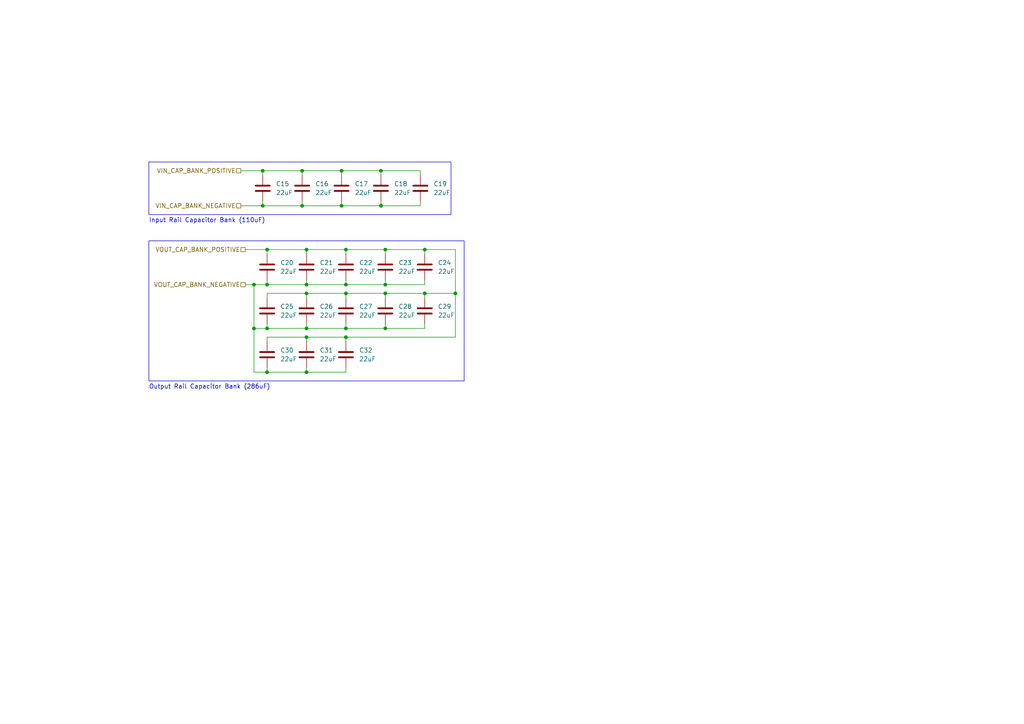
<source format=kicad_sch>
(kicad_sch (version 20230121) (generator eeschema)
  (paper "A4")
  (title_block (title "Capacitor Banks") (date "2023-11-01") (rev "1.0"))
  (lib_symbols
    (symbol "Device:C" (pin_numbers hide) (pin_names (offset 0.254))
      (property "Reference" "C" (at 0.635 2.54 0))
      (property "Value" "C" (at 0.635 -2.54 0))
      (symbol "C_0_1"
        (polyline (pts (xy -2.032 -0.762) (xy 2.032 -0.762)) (stroke (width 0.508)))
        (polyline (pts (xy -2.032 0.762) (xy 2.032 0.762)) (stroke (width 0.508)))
      )
      (symbol "C_1_1"
        (pin passive line (at 0 3.81 270) (length 2.794) (name "~") (number "1"))
        (pin passive line (at 0 -3.81 90) (length 2.794) (name "~") (number "2"))
      )
    )
  )
  (junction (at 110.49 59.69))
  (junction (at 88.9 107.95))
  (junction (at 88.9 97.79))
  (junction (at 77.47 107.95))
  (junction (at 87.63 49.53))
  (junction (at 111.76 85.09))
  (junction (at 111.76 95.25))
  (junction (at 99.06 59.69))
  (junction (at 100.33 72.39))
  (junction (at 77.47 95.25))
  (junction (at 99.06 49.53))
  (junction (at 123.19 72.39))
  (junction (at 88.9 72.39))
  (junction (at 76.2 49.53))
  (junction (at 100.33 82.55))
  (junction (at 132.08 85.09))
  (junction (at 111.76 82.55))
  (junction (at 88.9 82.55))
  (junction (at 88.9 95.25))
  (junction (at 100.33 95.25))
  (junction (at 111.76 72.39))
  (junction (at 77.47 72.39))
  (junction (at 73.66 95.25))
  (junction (at 110.49 49.53))
  (junction (at 100.33 97.79))
  (junction (at 73.66 82.55))
  (junction (at 88.9 85.09))
  (junction (at 123.19 85.09))
  (junction (at 77.47 82.55))
  (junction (at 100.33 85.09))
  (junction (at 76.2 59.69))
  (junction (at 87.63 59.69))
  (wire (pts (xy 111.76 85.09) (xy 123.19 85.09)))
  (wire (pts (xy 100.33 93.98) (xy 100.33 95.25)))
  (wire (pts (xy 100.33 72.39) (xy 100.33 73.66)))
  (wire (pts (xy 77.47 82.55) (xy 88.9 82.55)))
  (wire (pts (xy 77.47 95.25) (xy 88.9 95.25)))
  (wire (pts (xy 77.47 73.66) (xy 77.47 72.39)))
  (wire (pts (xy 121.92 59.69) (xy 121.92 58.42)))
  (wire (pts (xy 77.47 82.55) (xy 73.66 82.55)))
  (wire (pts (xy 87.63 59.69) (xy 99.06 59.69)))
  (wire (pts (xy 88.9 107.95) (xy 100.33 107.95)))
  (wire (pts (xy 88.9 82.55) (xy 100.33 82.55)))
  (wire (pts (xy 77.47 97.79) (xy 77.47 99.06)))
  (wire (pts (xy 88.9 72.39) (xy 100.33 72.39)))
  (wire (pts (xy 100.33 107.95) (xy 100.33 106.68)))
  (wire (pts (xy 88.9 81.28) (xy 88.9 82.55)))
  (wire (pts (xy 71.12 82.55) (xy 73.66 82.55)))
  (wire (pts (xy 132.08 72.39) (xy 132.08 85.09)))
  (wire (pts (xy 110.49 49.53) (xy 110.49 50.8)))
  (wire (pts (xy 132.08 85.09) (xy 132.08 97.79)))
  (wire (pts (xy 111.76 72.39) (xy 111.76 73.66)))
  (wire (pts (xy 100.33 97.79) (xy 100.33 99.06)))
  (wire (pts (xy 73.66 95.25) (xy 73.66 107.95)))
  (wire (pts (xy 121.92 49.53) (xy 121.92 50.8)))
  (wire (pts (xy 99.06 59.69) (xy 110.49 59.69)))
  (wire (pts (xy 123.19 93.98) (xy 123.19 95.25)))
  (wire (pts (xy 77.47 106.68) (xy 77.47 107.95)))
  (wire (pts (xy 88.9 97.79) (xy 88.9 99.06)))
  (wire (pts (xy 73.66 82.55) (xy 73.66 95.25)))
  (wire (pts (xy 100.33 85.09) (xy 100.33 86.36)))
  (wire (pts (xy 71.12 72.39) (xy 77.47 72.39)))
  (wire (pts (xy 123.19 72.39) (xy 132.08 72.39)))
  (wire (pts (xy 87.63 49.53) (xy 87.63 50.8)))
  (wire (pts (xy 111.76 81.28) (xy 111.76 82.55)))
  (wire (pts (xy 100.33 72.39) (xy 111.76 72.39)))
  (wire (pts (xy 110.49 58.42) (xy 110.49 59.69)))
  (wire (pts (xy 123.19 85.09) (xy 123.19 86.36)))
  (wire (pts (xy 111.76 93.98) (xy 111.76 95.25)))
  (wire (pts (xy 99.06 58.42) (xy 99.06 59.69)))
  (wire (pts (xy 77.47 72.39) (xy 88.9 72.39)))
  (wire (pts (xy 88.9 72.39) (xy 88.9 73.66)))
  (wire (pts (xy 76.2 50.8) (xy 76.2 49.53)))
  (wire (pts (xy 76.2 49.53) (xy 87.63 49.53)))
  (wire (pts (xy 88.9 97.79) (xy 100.33 97.79)))
  (wire (pts (xy 77.47 97.79) (xy 88.9 97.79)))
  (wire (pts (xy 110.49 49.53) (xy 121.92 49.53)))
  (wire (pts (xy 77.47 85.09) (xy 88.9 85.09)))
  (wire (pts (xy 123.19 72.39) (xy 123.19 73.66)))
  (wire (pts (xy 100.33 97.79) (xy 132.08 97.79)))
  (wire (pts (xy 76.2 59.69) (xy 87.63 59.69)))
  (wire (pts (xy 69.85 59.69) (xy 76.2 59.69)))
  (wire (pts (xy 88.9 106.68) (xy 88.9 107.95)))
  (wire (pts (xy 77.47 85.09) (xy 77.47 86.36)))
  (wire (pts (xy 88.9 93.98) (xy 88.9 95.25)))
  (wire (pts (xy 111.76 85.09) (xy 111.76 86.36)))
  (wire (pts (xy 87.63 58.42) (xy 87.63 59.69)))
  (wire (pts (xy 73.66 95.25) (xy 77.47 95.25)))
  (wire (pts (xy 87.63 49.53) (xy 99.06 49.53)))
  (wire (pts (xy 76.2 58.42) (xy 76.2 59.69)))
  (wire (pts (xy 77.47 107.95) (xy 88.9 107.95)))
  (wire (pts (xy 100.33 85.09) (xy 111.76 85.09)))
  (wire (pts (xy 77.47 81.28) (xy 77.47 82.55)))
  (wire (pts (xy 110.49 59.69) (xy 121.92 59.69)))
  (wire (pts (xy 111.76 95.25) (xy 123.19 95.25)))
  (wire (pts (xy 99.06 49.53) (xy 99.06 50.8)))
  (wire (pts (xy 88.9 85.09) (xy 88.9 86.36)))
  (wire (pts (xy 100.33 81.28) (xy 100.33 82.55)))
  (wire (pts (xy 73.66 107.95) (xy 77.47 107.95)))
  (wire (pts (xy 88.9 95.25) (xy 100.33 95.25)))
  (wire (pts (xy 77.47 93.98) (xy 77.47 95.25)))
  (wire (pts (xy 100.33 82.55) (xy 111.76 82.55)))
  (wire (pts (xy 99.06 49.53) (xy 110.49 49.53)))
  (wire (pts (xy 111.76 82.55) (xy 123.19 82.55)))
  (wire (pts (xy 88.9 85.09) (xy 100.33 85.09)))
  (wire (pts (xy 100.33 95.25) (xy 111.76 95.25)))
  (wire (pts (xy 123.19 85.09) (xy 132.08 85.09)))
  (wire (pts (xy 69.85 49.53) (xy 76.2 49.53)))
  (wire (pts (xy 123.19 82.55) (xy 123.19 81.28)))
  (wire (pts (xy 111.76 72.39) (xy 123.19 72.39)))
  (rectangle (start 43.18 69.85) (end 134.62 110.49))
  (rectangle (start 43.18 46.99) (end 130.81 62.23))
  (text "Output Rail Capacitor Bank (286uF)" (at 43.18 113.03 0) (effects (font (size 1.27 1.27)) (justify left bottom)))
  (text "Input Rail Capacitor Bank (110uF)" (at 43.18 64.77 0) (effects (font (size 1.27 1.27)) (justify left bottom)))
  (hierarchical_label "VOUT_CAP_BANK_NEGATIVE" (shape passive) (at 71.12 82.55 180))
  (hierarchical_label "VIN_CAP_BANK_POSITIVE" (shape passive) (at 69.85 49.53 180))
  (hierarchical_label "VIN_CAP_BANK_NEGATIVE" (shape passive) (at 69.85 59.69 180))
  (hierarchical_label "VOUT_CAP_BANK_POSITIVE" (shape passive) (at 71.12 72.39 180))
  (symbol (lib_id "Device:C") (at 100.33 77.47 0) (unit 1)
    (property "Reference" "C22" (at 104.14 76.2 0) (effects (justify left)))
    (property "Value" "22uF" (at 104.14 78.74 0) (effects (justify left)))
    (property "Footprint" "Capacitor_SMD:C_0805_2012Metric" (effects hide))
  )
  (symbol (lib_id "Device:C") (at 100.33 90.17 0) (unit 1)
    (property "Reference" "C27" (at 104.14 88.9 0) (effects (justify left)))
    (property "Value" "22uF" (at 104.14 91.44 0) (effects (justify left)))
    (property "Footprint" "Capacitor_SMD:C_0805_2012Metric" (effects hide))
  )
  (symbol (lib_id "Device:C") (at 77.47 77.47 0) (unit 1)
    (property "Reference" "C20" (at 81.28 76.2 0) (effects (justify left)))
    (property "Value" "22uF" (at 81.28 78.74 0) (effects (justify left)))
    (property "Footprint" "Capacitor_SMD:C_0805_2012Metric" (effects hide))
  )
  (symbol (lib_id "Device:C") (at 110.49 54.61 0) (unit 1)
    (property "Reference" "C18" (at 114.3 53.34 0) (effects (justify left)))
    (property "Value" "22uF" (at 114.3 55.88 0) (effects (justify left)))
    (property "Footprint" "Capacitor_SMD:C_0805_2012Metric" (effects hide))
  )
  (symbol (lib_id "Device:C") (at 121.92 54.61 0) (unit 1)
    (property "Reference" "C19" (at 125.73 53.34 0) (effects (justify left)))
    (property "Value" "22uF" (at 125.73 55.88 0) (effects (justify left)))
    (property "Footprint" "Capacitor_SMD:C_0805_2012Metric" (effects hide))
  )
  (symbol (lib_id "Device:C") (at 88.9 77.47 0) (unit 1)
    (property "Reference" "C21" (at 92.71 76.2 0) (effects (justify left)))
    (property "Value" "22uF" (at 92.71 78.74 0) (effects (justify left)))
    (property "Footprint" "Capacitor_SMD:C_0805_2012Metric" (effects hide))
  )
  (symbol (lib_id "Device:C") (at 76.2 54.61 0) (unit 1)
    (property "Reference" "C15" (at 80.01 53.34 0) (effects (justify left)))
    (property "Value" "22uF" (at 80.01 55.88 0) (effects (justify left)))
    (property "Footprint" "Capacitor_SMD:C_0805_2012Metric" (effects hide))
  )
  (symbol (lib_id "Device:C") (at 99.06 54.61 0) (unit 1)
    (property "Reference" "C17" (at 102.87 53.34 0) (effects (justify left)))
    (property "Value" "22uF" (at 102.87 55.88 0) (effects (justify left)))
    (property "Footprint" "Capacitor_SMD:C_0805_2012Metric" (effects hide))
  )
  (symbol (lib_id "Device:C") (at 123.19 77.47 0) (unit 1)
    (property "Reference" "C24" (at 127 76.2 0) (effects (justify left)))
    (property "Value" "22uF" (at 127 78.74 0) (effects (justify left)))
    (property "Footprint" "Capacitor_SMD:C_0805_2012Metric" (effects hide))
  )
  (symbol (lib_id "Device:C") (at 87.63 54.61 0) (unit 1)
    (property "Reference" "C16" (at 91.44 53.34 0) (effects (justify left)))
    (property "Value" "22uF" (at 91.44 55.88 0) (effects (justify left)))
    (property "Footprint" "Capacitor_SMD:C_0805_2012Metric" (effects hide))
  )
  (symbol (lib_id "Device:C") (at 123.19 90.17 0) (unit 1)
    (property "Reference" "C29" (at 127 88.9 0) (effects (justify left)))
    (property "Value" "22uF" (at 127 91.44 0) (effects (justify left)))
    (property "Footprint" "Capacitor_SMD:C_0805_2012Metric" (effects hide))
  )
  (symbol (lib_id "Device:C") (at 111.76 90.17 0) (unit 1)
    (property "Reference" "C28" (at 115.57 88.9 0) (effects (justify left)))
    (property "Value" "22uF" (at 115.57 91.44 0) (effects (justify left)))
    (property "Footprint" "Capacitor_SMD:C_0805_2012Metric" (effects hide))
  )
  (symbol (lib_id "Device:C") (at 88.9 102.87 0) (unit 1)
    (property "Reference" "C31" (at 92.71 101.6 0) (effects (justify left)))
    (property "Value" "22uF" (at 92.71 104.14 0) (effects (justify left)))
    (property "Footprint" "Capacitor_SMD:C_0805_2012Metric" (effects hide))
  )
  (symbol (lib_id "Device:C") (at 100.33 102.87 0) (unit 1)
    (property "Reference" "C32" (at 104.14 101.6 0) (effects (justify left)))
    (property "Value" "22uF" (at 104.14 104.14 0) (effects (justify left)))
    (property "Footprint" "Capacitor_SMD:C_0805_2012Metric" (effects hide))
  )
  (symbol (lib_id "Device:C") (at 77.47 90.17 0) (unit 1)
    (property "Reference" "C25" (at 81.28 88.9 0) (effects (justify left)))
    (property "Value" "22uF" (at 81.28 91.44 0) (effects (justify left)))
    (property "Footprint" "Capacitor_SMD:C_0805_2012Metric" (effects hide))
  )
  (symbol (lib_id "Device:C") (at 111.76 77.47 0) (unit 1)
    (property "Reference" "C23" (at 115.57 76.2 0) (effects (justify left)))
    (property "Value" "22uF" (at 115.57 78.74 0) (effects (justify left)))
    (property "Footprint" "Capacitor_SMD:C_0805_2012Metric" (effects hide))
  )
  (symbol (lib_id "Device:C") (at 88.9 90.17 0) (unit 1)
    (property "Reference" "C26" (at 92.71 88.9 0) (effects (justify left)))
    (property "Value" "22uF" (at 92.71 91.44 0) (effects (justify left)))
    (property "Footprint" "Capacitor_SMD:C_0805_2012Metric" (effects hide))
  )
  (symbol (lib_id "Device:C") (at 77.47 102.87 0) (unit 1)
    (property "Reference" "C30" (at 81.28 101.6 0) (effects (justify left)))
    (property "Value" "22uF" (at 81.28 104.14 0) (effects (justify left)))
    (property "Footprint" "Capacitor_SMD:C_0805_2012Metric" (effects hide))
  )
)
</source>
